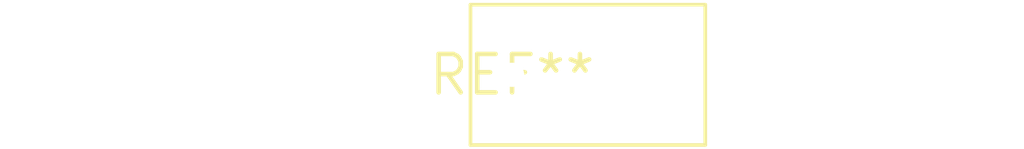
<source format=kicad_pcb>
(kicad_pcb (version 20240108) (generator pcbnew)
  (layers (0 "F.Cu" signal) (31 "B.Cu" signal) (34 "B.Paste" user) (35 "F.Paste" user) (36 "B.SilkS" user "B.Silkscreen") (37 "F.SilkS" user "F.Silkscreen") (38 "B.Mask" user) (39 "F.Mask" user) (44 "Edge.Cuts" user))
  (net 0 "")
  (footprint "C_Disc_D7.5mm_W4.4mm_P5.00mm" (layer "F.Cu") (at 0 0)
    (property "Reference" "REF**")
    (property "Value" "C_Disc_D7.5mm_W4.4mm_P5.00mm")
    (fp_line (start -1.37 -2.321) (end -1.37 2.321) (layer "F.SilkS") (stroke (width 0.12)))
    (fp_line (start -1.37 -2.321) (end 6.37 -2.321) (layer "F.SilkS") (stroke (width 0.12)))
    (fp_line (start -1.37 2.321) (end 6.37 2.321) (layer "F.SilkS") (stroke (width 0.12)))
    (fp_line (start 6.37 -2.321) (end 6.37 2.321) (layer "F.SilkS") (stroke (width 0.12)))
    (pad "1" thru_hole circle (at 0 0) (size 1.6 1.6) (drill 0.8) (layers *.Cu *.Mask) (remove_unused_layers))
    (pad "2" thru_hole circle (at 5 0) (size 1.6 1.6) (drill 0.8) (layers *.Cu *.Mask) (remove_unused_layers))
  )
)
</source>
